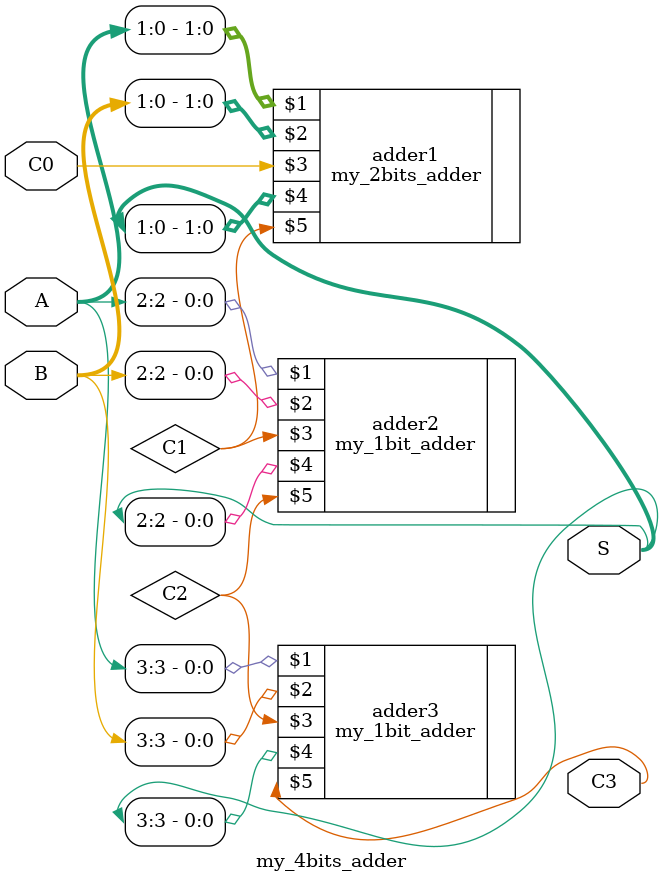
<source format=v>
`timescale 1ns / 1ps


module my_4bits_adder(
    input [3:0] A,
    input [3:0] B,
    input C0,
    output [3:0] S,
    output C3  
    );
    
    wire C1,C2;
    
    my_2bits_adder adder1 (A[1:0], B[1:0], C0, S[1:0], C1);
    my_1bit_adder adder2 (A[2], B[2], C1, S[2], C2);
    my_1bit_adder adder3 (A[3], B[3], C2, S[3], C3);
endmodule

</source>
